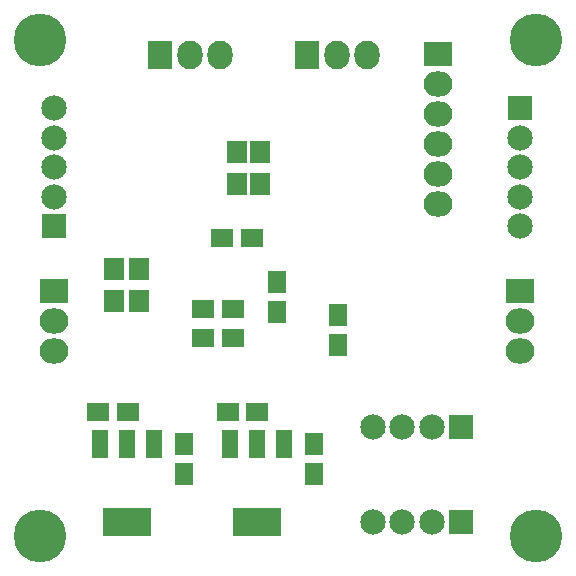
<source format=gbr>
G04 #@! TF.FileFunction,Soldermask,Bot*
%FSLAX46Y46*%
G04 Gerber Fmt 4.6, Leading zero omitted, Abs format (unit mm)*
G04 Created by KiCad (PCBNEW 4.0.5) date Thu Feb  9 17:30:12 2017*
%MOMM*%
%LPD*%
G01*
G04 APERTURE LIST*
%ADD10C,0.100000*%
%ADD11C,4.464000*%
%ADD12R,2.150000X2.150000*%
%ADD13C,2.150000*%
%ADD14R,1.650000X1.900000*%
%ADD15R,1.900000X1.650000*%
%ADD16R,2.432000X2.127200*%
%ADD17O,2.432000X2.127200*%
%ADD18R,2.127200X2.432000*%
%ADD19O,2.127200X2.432000*%
%ADD20R,1.700000X1.900000*%
%ADD21R,4.057600X2.432000*%
%ADD22R,1.416000X2.432000*%
G04 APERTURE END LIST*
D10*
D11*
X171000000Y-89000000D03*
X129000000Y-89000000D03*
X129000000Y-131000000D03*
X171000000Y-131000000D03*
D12*
X164660000Y-121780000D03*
D13*
X162160000Y-121780000D03*
X159660000Y-121780000D03*
X157160000Y-121780000D03*
D14*
X152160000Y-123230000D03*
X152160000Y-125730000D03*
D15*
X147380000Y-120510000D03*
X144880000Y-120510000D03*
D14*
X141160000Y-123230000D03*
X141160000Y-125730000D03*
D15*
X136410000Y-120530000D03*
X133910000Y-120530000D03*
D12*
X130160000Y-104780000D03*
D13*
X130160000Y-102280000D03*
X130160000Y-99780000D03*
X130160000Y-97280000D03*
X130160000Y-94780000D03*
D16*
X130160000Y-110240000D03*
D17*
X130160000Y-112780000D03*
X130160000Y-115320000D03*
D12*
X169660000Y-94780000D03*
D13*
X169660000Y-97280000D03*
X169660000Y-99780000D03*
X169660000Y-102280000D03*
X169660000Y-104780000D03*
D16*
X169660000Y-110240000D03*
D17*
X169660000Y-112780000D03*
X169660000Y-115320000D03*
D16*
X162660000Y-90240000D03*
D17*
X162660000Y-92780000D03*
X162660000Y-95320000D03*
X162660000Y-97860000D03*
X162660000Y-100400000D03*
X162660000Y-102940000D03*
D12*
X164660000Y-129780000D03*
D13*
X162160000Y-129780000D03*
X159660000Y-129780000D03*
X157160000Y-129780000D03*
D18*
X139120000Y-90280000D03*
D19*
X141660000Y-90280000D03*
X144200000Y-90280000D03*
D18*
X151620000Y-90280000D03*
D19*
X154160000Y-90280000D03*
X156700000Y-90280000D03*
D20*
X135256106Y-111137512D03*
X135256106Y-108437512D03*
X137413572Y-111137512D03*
X137413572Y-108437512D03*
X147660000Y-98530000D03*
X147660000Y-101230000D03*
X145660000Y-101230000D03*
X145660000Y-98530000D03*
D21*
X147374000Y-129843112D03*
D22*
X147374000Y-123239112D03*
X149660000Y-123239112D03*
X145088000Y-123239112D03*
D21*
X136370000Y-129851112D03*
D22*
X136370000Y-123247112D03*
X138656000Y-123247112D03*
X134084000Y-123247112D03*
D15*
X145310000Y-111780000D03*
X142810000Y-111780000D03*
X145310000Y-114280000D03*
X142810000Y-114280000D03*
D14*
X149060000Y-109530000D03*
X149060000Y-112030000D03*
D15*
X144410000Y-105780000D03*
X146910000Y-105780000D03*
D14*
X154260000Y-112330000D03*
X154260000Y-114830000D03*
M02*

</source>
